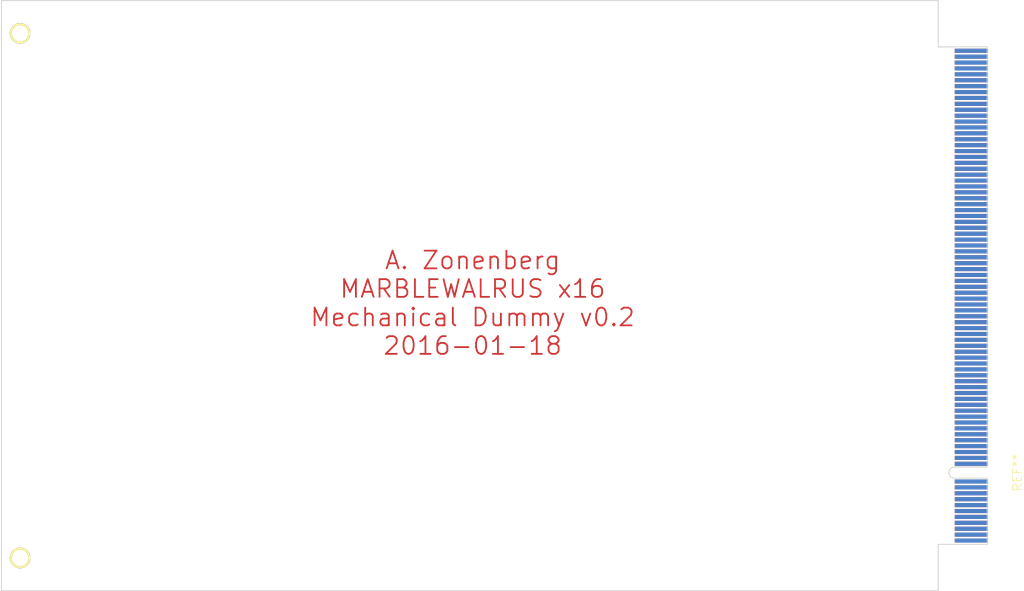
<source format=kicad_pcb>
(kicad_pcb (version 4) (host pcbnew "(2015-12-10 BZR 6367)-product")

  (general
    (links 0)
    (no_connects 0)
    (area 29.55 29.699999 203.475 130.300001)
    (thickness 1.6)
    (drawings 16)
    (tracks 0)
    (zones 0)
    (modules 2)
    (nets 1)
  )

  (page A4)
  (layers
    (0 F.Cu signal)
    (31 B.Cu signal)
    (32 B.Adhes user)
    (33 F.Adhes user)
    (34 B.Paste user)
    (35 F.Paste user)
    (36 B.SilkS user)
    (37 F.SilkS user)
    (38 B.Mask user)
    (39 F.Mask user)
    (40 Dwgs.User user)
    (41 Cmts.User user)
    (42 Eco1.User user)
    (43 Eco2.User user)
    (44 Edge.Cuts user)
    (45 Margin user)
    (46 B.CrtYd user)
    (47 F.CrtYd user)
    (48 B.Fab user)
    (49 F.Fab user)
  )

  (setup
    (last_trace_width 0.25)
    (trace_clearance 0.2)
    (zone_clearance 0.508)
    (zone_45_only no)
    (trace_min 0.2)
    (segment_width 0.2)
    (edge_width 0.15)
    (via_size 0.6)
    (via_drill 0.4)
    (via_min_size 0.4)
    (via_min_drill 0.3)
    (uvia_size 0.3)
    (uvia_drill 0.1)
    (uvias_allowed no)
    (uvia_min_size 0.2)
    (uvia_min_drill 0.1)
    (pcb_text_width 0.3)
    (pcb_text_size 1.5 1.5)
    (mod_edge_width 0.15)
    (mod_text_size 1 1)
    (mod_text_width 0.15)
    (pad_size 1.524 1.524)
    (pad_drill 0.762)
    (pad_to_mask_clearance 0.2)
    (aux_axis_origin 0 0)
    (visible_elements FFFFFF7F)
    (pcbplotparams
      (layerselection 0x010c0_ffffffff)
      (usegerberextensions false)
      (excludeedgelayer true)
      (linewidth 0.100000)
      (plotframeref false)
      (viasonmask false)
      (mode 1)
      (useauxorigin false)
      (hpglpennumber 1)
      (hpglpenspeed 20)
      (hpglpendiameter 15)
      (hpglpenoverlay 2)
      (psnegative false)
      (psa4output false)
      (plotreference true)
      (plotvalue true)
      (plotinvisibletext false)
      (padsonsilk false)
      (subtractmaskfromsilk false)
      (outputformat 1)
      (mirror false)
      (drillshape 0)
      (scaleselection 1)
      (outputdirectory output/))
  )

  (net 0 "")

  (net_class Default "This is the default net class."
    (clearance 0.2)
    (trace_width 0.25)
    (via_dia 0.6)
    (via_drill 0.4)
    (uvia_dia 0.3)
    (uvia_drill 0.1)
  )

  (module azonenberg_pcb:MECHANICAL_EUROCARD_3U_FRONTHOLES (layer F.Cu) (tedit 53ED9BAC) (tstamp 5636C906)
    (at 30 80)
    (fp_text reference MECHANICAL_EUROCARD_3U_FRONTHOLES (at 16 40) (layer F.SilkS) hide
      (effects (font (size 1 1) (thickness 0.15)))
    )
    (fp_text value VAL** (at 3 38) (layer F.SilkS) hide
      (effects (font (size 1 1) (thickness 0.15)))
    )
    (fp_line (start 0 -50) (end 0 50) (layer Dwgs.User) (width 0.2))
    (fp_line (start 0 -50) (end 10 -50) (layer Dwgs.User) (width 0.2))
    (fp_line (start 0 50) (end 10 50) (layer Dwgs.User) (width 0.2))
    (fp_line (start 0 -47.5) (end 10 -47.5) (layer Dwgs.User) (width 0.2))
    (fp_line (start 0 47.5) (end 10 47.5) (layer Dwgs.User) (width 0.2))
    (pad "" np_thru_hole circle (at 3.165 44.45) (size 3.5 3.5) (drill 2.7) (layers *.Cu *.Mask F.SilkS))
    (pad "" np_thru_hole circle (at 3.165 -44.45) (size 3.5 3.5) (drill 2.7) (layers *.Cu *.Mask F.SilkS))
  )

  (module azonenberg_pcb:CONN_MW_X16 (layer F.Cu) (tedit 5636C9CD) (tstamp 5636E765)
    (at 197.15 110 90)
    (solder_mask_margin 0.05)
    (fp_text reference REF** (at 0 5 90) (layer F.SilkS)
      (effects (font (size 1.5 1.5) (thickness 0.15)))
    )
    (fp_text value CONN_MW_X16 (at 0 3 90) (layer F.Fab)
      (effects (font (size 1.5 1.5) (thickness 0.15)))
    )
    (fp_line (start 0 -8.4) (end 0 0) (layer Dwgs.User) (width 0.15))
    (fp_line (start 72.15 0) (end 72.15 -8.4) (layer Dwgs.User) (width 0.15))
    (fp_line (start 0.95 0) (end 72.15 0) (layer Dwgs.User) (width 0.15))
    (fp_line (start -12.15 -8.4) (end 72.15 -8.4) (layer Dwgs.User) (width 0.15))
    (fp_line (start -12.15 0) (end -12.15 -8.4) (layer Dwgs.User) (width 0.15))
    (fp_line (start -0.95 0) (end -12.15 0) (layer Dwgs.User) (width 0.15))
    (fp_line (start -0.95 0) (end -0.95 -5.6) (layer Dwgs.User) (width 0.15))
    (fp_line (start 0.95 -5.6) (end 0.95 0) (layer Dwgs.User) (width 0.15))
    (fp_arc (start 0 -5.55) (end -0.95 -5.55) (angle 180) (layer Dwgs.User) (width 0.15))
    (pad B2 smd rect (at -10.5 -2.8 90) (size 0.7 5.6) (layers F.Cu F.Paste F.Mask))
    (pad B3 smd rect (at -9.5 -2.8 90) (size 0.7 5.6) (layers F.Cu F.Paste F.Mask))
    (pad B4 smd rect (at -8.5 -2.8 90) (size 0.7 5.6) (layers F.Cu F.Paste F.Mask))
    (pad B5 smd rect (at -7.5 -2.8 90) (size 0.7 5.6) (layers F.Cu F.Paste F.Mask))
    (pad B6 smd rect (at -6.5 -2.8 90) (size 0.7 5.6) (layers F.Cu F.Paste F.Mask))
    (pad B7 smd rect (at -5.5 -2.8 90) (size 0.7 5.6) (layers F.Cu F.Paste F.Mask))
    (pad B8 smd rect (at -4.5 -2.8 90) (size 0.7 5.6) (layers F.Cu F.Paste F.Mask))
    (pad B9 smd rect (at -3.5 -2.8 90) (size 0.7 5.6) (layers F.Cu F.Paste F.Mask))
    (pad B10 smd rect (at -2.5 -2.8 90) (size 0.7 5.6) (layers F.Cu F.Paste F.Mask))
    (pad B11 smd rect (at -1.5 -2.8 90) (size 0.7 5.6) (layers F.Cu F.Paste F.Mask))
    (pad B12 smd rect (at 1.5 -2.8 90) (size 0.7 5.6) (layers F.Cu F.Paste F.Mask))
    (pad B1 smd rect (at -11.5 -2.8 90) (size 0.7 5.6) (layers F.Cu F.Paste F.Mask))
    (pad B13 smd rect (at 2.5 -2.8 90) (size 0.7 5.6) (layers F.Cu F.Paste F.Mask))
    (pad B14 smd rect (at 3.5 -2.8 90) (size 0.7 5.6) (layers F.Cu F.Paste F.Mask))
    (pad B15 smd rect (at 4.5 -2.8 90) (size 0.7 5.6) (layers F.Cu F.Paste F.Mask))
    (pad B16 smd rect (at 5.5 -2.8 90) (size 0.7 5.6) (layers F.Cu F.Paste F.Mask))
    (pad B17 smd rect (at 6.5 -2.8 90) (size 0.7 5.6) (layers F.Cu F.Paste F.Mask))
    (pad B18 smd rect (at 7.5 -2.8 90) (size 0.7 5.6) (layers F.Cu F.Paste F.Mask))
    (pad B19 smd rect (at 8.5 -2.8 90) (size 0.7 5.6) (layers F.Cu F.Paste F.Mask))
    (pad B20 smd rect (at 9.5 -2.8 90) (size 0.7 5.6) (layers F.Cu F.Paste F.Mask))
    (pad B21 smd rect (at 10.5 -2.8 90) (size 0.7 5.6) (layers F.Cu F.Paste F.Mask))
    (pad B22 smd rect (at 11.5 -2.8 90) (size 0.7 5.6) (layers F.Cu F.Paste F.Mask))
    (pad B23 smd rect (at 12.5 -2.8 90) (size 0.7 5.6) (layers F.Cu F.Paste F.Mask))
    (pad B24 smd rect (at 13.5 -2.8 90) (size 0.7 5.6) (layers F.Cu F.Paste F.Mask))
    (pad B25 smd rect (at 14.5 -2.8 90) (size 0.7 5.6) (layers F.Cu F.Paste F.Mask))
    (pad B26 smd rect (at 15.5 -2.8 90) (size 0.7 5.6) (layers F.Cu F.Paste F.Mask))
    (pad B27 smd rect (at 16.5 -2.8 90) (size 0.7 5.6) (layers F.Cu F.Paste F.Mask))
    (pad B28 smd rect (at 17.5 -2.8 90) (size 0.7 5.6) (layers F.Cu F.Paste F.Mask))
    (pad B29 smd rect (at 18.5 -2.8 90) (size 0.7 5.6) (layers F.Cu F.Paste F.Mask))
    (pad B30 smd rect (at 19.5 -2.8 90) (size 0.7 5.6) (layers F.Cu F.Paste F.Mask))
    (pad B31 smd rect (at 20.5 -2.8 90) (size 0.7 5.6) (layers F.Cu F.Paste F.Mask))
    (pad B32 smd rect (at 21.5 -2.8 90) (size 0.7 5.6) (layers F.Cu F.Paste F.Mask))
    (pad B33 smd rect (at 22.5 -2.8 90) (size 0.7 5.6) (layers F.Cu F.Paste F.Mask))
    (pad B34 smd rect (at 23.5 -2.8 90) (size 0.7 5.6) (layers F.Cu F.Paste F.Mask))
    (pad B35 smd rect (at 24.5 -2.8 90) (size 0.7 5.6) (layers F.Cu F.Paste F.Mask))
    (pad B36 smd rect (at 25.5 -2.8 90) (size 0.7 5.6) (layers F.Cu F.Paste F.Mask))
    (pad B37 smd rect (at 26.5 -2.8 90) (size 0.7 5.6) (layers F.Cu F.Paste F.Mask))
    (pad B38 smd rect (at 27.5 -2.8 90) (size 0.7 5.6) (layers F.Cu F.Paste F.Mask))
    (pad B39 smd rect (at 28.5 -2.8 90) (size 0.7 5.6) (layers F.Cu F.Paste F.Mask))
    (pad B40 smd rect (at 29.5 -2.8 90) (size 0.7 5.6) (layers F.Cu F.Paste F.Mask))
    (pad B41 smd rect (at 30.5 -2.8 90) (size 0.7 5.6) (layers F.Cu F.Paste F.Mask))
    (pad B42 smd rect (at 31.5 -2.8 90) (size 0.7 5.6) (layers F.Cu F.Paste F.Mask))
    (pad B43 smd rect (at 32.5 -2.8 90) (size 0.7 5.6) (layers F.Cu F.Paste F.Mask))
    (pad B44 smd rect (at 33.5 -2.8 90) (size 0.7 5.6) (layers F.Cu F.Paste F.Mask))
    (pad B45 smd rect (at 34.5 -2.8 90) (size 0.7 5.6) (layers F.Cu F.Paste F.Mask))
    (pad B46 smd rect (at 35.5 -2.8 90) (size 0.7 5.6) (layers F.Cu F.Paste F.Mask))
    (pad B47 smd rect (at 36.5 -2.8 90) (size 0.7 5.6) (layers F.Cu F.Paste F.Mask))
    (pad B48 smd rect (at 37.5 -2.8 90) (size 0.7 5.6) (layers F.Cu F.Paste F.Mask))
    (pad B49 smd rect (at 38.5 -2.8 90) (size 0.7 5.6) (layers F.Cu F.Paste F.Mask))
    (pad B50 smd rect (at 39.5 -2.8 90) (size 0.7 5.6) (layers F.Cu F.Paste F.Mask))
    (pad B51 smd rect (at 40.5 -2.8 90) (size 0.7 5.6) (layers F.Cu F.Paste F.Mask))
    (pad B52 smd rect (at 41.5 -2.8 90) (size 0.7 5.6) (layers F.Cu F.Paste F.Mask))
    (pad B53 smd rect (at 42.5 -2.8 90) (size 0.7 5.6) (layers F.Cu F.Paste F.Mask))
    (pad B54 smd rect (at 43.5 -2.8 90) (size 0.7 5.6) (layers F.Cu F.Paste F.Mask))
    (pad B55 smd rect (at 44.5 -2.8 90) (size 0.7 5.6) (layers F.Cu F.Paste F.Mask))
    (pad B56 smd rect (at 45.5 -2.8 90) (size 0.7 5.6) (layers F.Cu F.Paste F.Mask))
    (pad B57 smd rect (at 46.5 -2.8 90) (size 0.7 5.6) (layers F.Cu F.Paste F.Mask))
    (pad B58 smd rect (at 47.5 -2.8 90) (size 0.7 5.6) (layers F.Cu F.Paste F.Mask))
    (pad B59 smd rect (at 48.5 -2.8 90) (size 0.7 5.6) (layers F.Cu F.Paste F.Mask))
    (pad B60 smd rect (at 49.5 -2.8 90) (size 0.7 5.6) (layers F.Cu F.Paste F.Mask))
    (pad B61 smd rect (at 50.5 -2.8 90) (size 0.7 5.6) (layers F.Cu F.Paste F.Mask))
    (pad B62 smd rect (at 51.5 -2.8 90) (size 0.7 5.6) (layers F.Cu F.Paste F.Mask))
    (pad B63 smd rect (at 52.5 -2.8 90) (size 0.7 5.6) (layers F.Cu F.Paste F.Mask))
    (pad B64 smd rect (at 53.5 -2.8 90) (size 0.7 5.6) (layers F.Cu F.Paste F.Mask))
    (pad B65 smd rect (at 54.5 -2.8 90) (size 0.7 5.6) (layers F.Cu F.Paste F.Mask))
    (pad B66 smd rect (at 55.5 -2.8 90) (size 0.7 5.6) (layers F.Cu F.Paste F.Mask))
    (pad B67 smd rect (at 56.5 -2.8 90) (size 0.7 5.6) (layers F.Cu F.Paste F.Mask))
    (pad B68 smd rect (at 57.5 -2.8 90) (size 0.7 5.6) (layers F.Cu F.Paste F.Mask))
    (pad B69 smd rect (at 58.5 -2.8 90) (size 0.7 5.6) (layers F.Cu F.Paste F.Mask))
    (pad B70 smd rect (at 59.5 -2.8 90) (size 0.7 5.6) (layers F.Cu F.Paste F.Mask))
    (pad B71 smd rect (at 60.5 -2.8 90) (size 0.7 5.6) (layers F.Cu F.Paste F.Mask))
    (pad B72 smd rect (at 61.5 -2.8 90) (size 0.7 5.6) (layers F.Cu F.Paste F.Mask))
    (pad B73 smd rect (at 62.5 -2.8 90) (size 0.7 5.6) (layers F.Cu F.Paste F.Mask))
    (pad B74 smd rect (at 63.5 -2.8 90) (size 0.7 5.6) (layers F.Cu F.Paste F.Mask))
    (pad B75 smd rect (at 64.5 -2.8 90) (size 0.7 5.6) (layers F.Cu F.Paste F.Mask))
    (pad B76 smd rect (at 65.5 -2.8 90) (size 0.7 5.6) (layers F.Cu F.Paste F.Mask))
    (pad B77 smd rect (at 66.5 -2.8 90) (size 0.7 5.6) (layers F.Cu F.Paste F.Mask))
    (pad B78 smd rect (at 67.5 -2.8 90) (size 0.7 5.6) (layers F.Cu F.Paste F.Mask))
    (pad B79 smd rect (at 68.5 -2.8 90) (size 0.7 5.6) (layers F.Cu F.Paste F.Mask))
    (pad B80 smd rect (at 69.5 -2.8 90) (size 0.7 5.6) (layers F.Cu F.Paste F.Mask))
    (pad B81 smd rect (at 70.5 -2.8 90) (size 0.7 5.6) (layers F.Cu F.Paste F.Mask))
    (pad B82 smd rect (at 71.5 -2.8 90) (size 0.7 5.6) (layers F.Cu F.Paste F.Mask))
    (pad B8 smd rect (at -4.5 -2.8 90) (size 0.7 5.6) (layers B.Cu B.Paste B.Mask))
    (pad B6 smd rect (at -6.5 -2.8 90) (size 0.7 5.6) (layers B.Cu B.Paste B.Mask))
    (pad B5 smd rect (at -7.5 -2.8 90) (size 0.7 5.6) (layers B.Cu B.Paste B.Mask))
    (pad B7 smd rect (at -5.5 -2.8 90) (size 0.7 5.6) (layers B.Cu B.Paste B.Mask))
    (pad B9 smd rect (at -3.5 -2.8 90) (size 0.7 5.6) (layers B.Cu B.Paste B.Mask))
    (pad B11 smd rect (at -1.5 -2.8 90) (size 0.7 5.6) (layers B.Cu B.Paste B.Mask))
    (pad B10 smd rect (at -2.5 -2.8 90) (size 0.7 5.6) (layers B.Cu B.Paste B.Mask))
    (pad B1 smd rect (at -11.5 -2.8 90) (size 0.7 5.6) (layers B.Cu B.Paste B.Mask))
    (pad B4 smd rect (at -8.5 -2.8 90) (size 0.7 5.6) (layers B.Cu B.Paste B.Mask))
    (pad B2 smd rect (at -10.5 -2.8 90) (size 0.7 5.6) (layers B.Cu B.Paste B.Mask))
    (pad B3 smd rect (at -9.5 -2.8 90) (size 0.7 5.6) (layers B.Cu B.Paste B.Mask))
    (pad B14 smd rect (at 3.5 -2.8 90) (size 0.7 5.6) (layers B.Cu B.Paste B.Mask))
    (pad B13 smd rect (at 2.5 -2.8 90) (size 0.7 5.6) (layers B.Cu B.Paste B.Mask))
    (pad B15 smd rect (at 4.5 -2.8 90) (size 0.7 5.6) (layers B.Cu B.Paste B.Mask))
    (pad B12 smd rect (at 1.5 -2.8 90) (size 0.7 5.6) (layers B.Cu B.Paste B.Mask))
    (pad B16 smd rect (at 5.5 -2.8 90) (size 0.7 5.6) (layers B.Cu B.Paste B.Mask))
    (pad B21 smd rect (at 10.5 -2.8 90) (size 0.7 5.6) (layers B.Cu B.Paste B.Mask))
    (pad B17 smd rect (at 6.5 -2.8 90) (size 0.7 5.6) (layers B.Cu B.Paste B.Mask))
    (pad B18 smd rect (at 7.5 -2.8 90) (size 0.7 5.6) (layers B.Cu B.Paste B.Mask))
    (pad B19 smd rect (at 8.5 -2.8 90) (size 0.7 5.6) (layers B.Cu B.Paste B.Mask))
    (pad B20 smd rect (at 9.5 -2.8 90) (size 0.7 5.6) (layers B.Cu B.Paste B.Mask))
    (pad B24 smd rect (at 13.5 -2.8 90) (size 0.7 5.6) (layers B.Cu B.Paste B.Mask))
    (pad B23 smd rect (at 12.5 -2.8 90) (size 0.7 5.6) (layers B.Cu B.Paste B.Mask))
    (pad B25 smd rect (at 14.5 -2.8 90) (size 0.7 5.6) (layers B.Cu B.Paste B.Mask))
    (pad B22 smd rect (at 11.5 -2.8 90) (size 0.7 5.6) (layers B.Cu B.Paste B.Mask))
    (pad B26 smd rect (at 15.5 -2.8 90) (size 0.7 5.6) (layers B.Cu B.Paste B.Mask))
    (pad B27 smd rect (at 16.5 -2.8 90) (size 0.7 5.6) (layers B.Cu B.Paste B.Mask))
    (pad B29 smd rect (at 18.5 -2.8 90) (size 0.7 5.6) (layers B.Cu B.Paste B.Mask))
    (pad B30 smd rect (at 19.5 -2.8 90) (size 0.7 5.6) (layers B.Cu B.Paste B.Mask))
    (pad B31 smd rect (at 20.5 -2.8 90) (size 0.7 5.6) (layers B.Cu B.Paste B.Mask))
    (pad B32 smd rect (at 21.5 -2.8 90) (size 0.7 5.6) (layers B.Cu B.Paste B.Mask))
    (pad B33 smd rect (at 22.5 -2.8 90) (size 0.7 5.6) (layers B.Cu B.Paste B.Mask))
    (pad B28 smd rect (at 17.5 -2.8 90) (size 0.7 5.6) (layers B.Cu B.Paste B.Mask))
    (pad B35 smd rect (at 24.5 -2.8 90) (size 0.7 5.6) (layers B.Cu B.Paste B.Mask))
    (pad B36 smd rect (at 25.5 -2.8 90) (size 0.7 5.6) (layers B.Cu B.Paste B.Mask))
    (pad B34 smd rect (at 23.5 -2.8 90) (size 0.7 5.6) (layers B.Cu B.Paste B.Mask))
    (pad B37 smd rect (at 26.5 -2.8 90) (size 0.7 5.6) (layers B.Cu B.Paste B.Mask))
    (pad B40 smd rect (at 29.5 -2.8 90) (size 0.7 5.6) (layers B.Cu B.Paste B.Mask))
    (pad B38 smd rect (at 27.5 -2.8 90) (size 0.7 5.6) (layers B.Cu B.Paste B.Mask))
    (pad B41 smd rect (at 30.5 -2.8 90) (size 0.7 5.6) (layers B.Cu B.Paste B.Mask))
    (pad B39 smd rect (at 28.5 -2.8 90) (size 0.7 5.6) (layers B.Cu B.Paste B.Mask))
    (pad B64 smd rect (at 53.5 -2.8 90) (size 0.7 5.6) (layers B.Cu B.Paste B.Mask))
    (pad B63 smd rect (at 52.5 -2.8 90) (size 0.7 5.6) (layers B.Cu B.Paste B.Mask))
    (pad B65 smd rect (at 54.5 -2.8 90) (size 0.7 5.6) (layers B.Cu B.Paste B.Mask))
    (pad B62 smd rect (at 51.5 -2.8 90) (size 0.7 5.6) (layers B.Cu B.Paste B.Mask))
    (pad B66 smd rect (at 55.5 -2.8 90) (size 0.7 5.6) (layers B.Cu B.Paste B.Mask))
    (pad B67 smd rect (at 56.5 -2.8 90) (size 0.7 5.6) (layers B.Cu B.Paste B.Mask))
    (pad B69 smd rect (at 58.5 -2.8 90) (size 0.7 5.6) (layers B.Cu B.Paste B.Mask))
    (pad B70 smd rect (at 59.5 -2.8 90) (size 0.7 5.6) (layers B.Cu B.Paste B.Mask))
    (pad B68 smd rect (at 57.5 -2.8 90) (size 0.7 5.6) (layers B.Cu B.Paste B.Mask))
    (pad B71 smd rect (at 60.5 -2.8 90) (size 0.7 5.6) (layers B.Cu B.Paste B.Mask))
    (pad B72 smd rect (at 61.5 -2.8 90) (size 0.7 5.6) (layers B.Cu B.Paste B.Mask))
    (pad B73 smd rect (at 62.5 -2.8 90) (size 0.7 5.6) (layers B.Cu B.Paste B.Mask))
    (pad B74 smd rect (at 63.5 -2.8 90) (size 0.7 5.6) (layers B.Cu B.Paste B.Mask))
    (pad B75 smd rect (at 64.5 -2.8 90) (size 0.7 5.6) (layers B.Cu B.Paste B.Mask))
    (pad B76 smd rect (at 65.5 -2.8 90) (size 0.7 5.6) (layers B.Cu B.Paste B.Mask))
    (pad B77 smd rect (at 66.5 -2.8 90) (size 0.7 5.6) (layers B.Cu B.Paste B.Mask))
    (pad B79 smd rect (at 68.5 -2.8 90) (size 0.7 5.6) (layers B.Cu B.Paste B.Mask))
    (pad B80 smd rect (at 69.5 -2.8 90) (size 0.7 5.6) (layers B.Cu B.Paste B.Mask))
    (pad B78 smd rect (at 67.5 -2.8 90) (size 0.7 5.6) (layers B.Cu B.Paste B.Mask))
    (pad B81 smd rect (at 70.5 -2.8 90) (size 0.7 5.6) (layers B.Cu B.Paste B.Mask))
    (pad B82 smd rect (at 71.5 -2.8 90) (size 0.7 5.6) (layers B.Cu B.Paste B.Mask))
    (pad B44 smd rect (at 33.5 -2.8 90) (size 0.7 5.6) (layers B.Cu B.Paste B.Mask))
    (pad B43 smd rect (at 32.5 -2.8 90) (size 0.7 5.6) (layers B.Cu B.Paste B.Mask))
    (pad B45 smd rect (at 34.5 -2.8 90) (size 0.7 5.6) (layers B.Cu B.Paste B.Mask))
    (pad B42 smd rect (at 31.5 -2.8 90) (size 0.7 5.6) (layers B.Cu B.Paste B.Mask))
    (pad B46 smd rect (at 35.5 -2.8 90) (size 0.7 5.6) (layers B.Cu B.Paste B.Mask))
    (pad B47 smd rect (at 36.5 -2.8 90) (size 0.7 5.6) (layers B.Cu B.Paste B.Mask))
    (pad B49 smd rect (at 38.5 -2.8 90) (size 0.7 5.6) (layers B.Cu B.Paste B.Mask))
    (pad B50 smd rect (at 39.5 -2.8 90) (size 0.7 5.6) (layers B.Cu B.Paste B.Mask))
    (pad B48 smd rect (at 37.5 -2.8 90) (size 0.7 5.6) (layers B.Cu B.Paste B.Mask))
    (pad B51 smd rect (at 40.5 -2.8 90) (size 0.7 5.6) (layers B.Cu B.Paste B.Mask))
    (pad B52 smd rect (at 41.5 -2.8 90) (size 0.7 5.6) (layers B.Cu B.Paste B.Mask))
    (pad B53 smd rect (at 42.5 -2.8 90) (size 0.7 5.6) (layers B.Cu B.Paste B.Mask))
    (pad B55 smd rect (at 44.5 -2.8 90) (size 0.7 5.6) (layers B.Cu B.Paste B.Mask))
    (pad B56 smd rect (at 45.5 -2.8 90) (size 0.7 5.6) (layers B.Cu B.Paste B.Mask))
    (pad B54 smd rect (at 43.5 -2.8 90) (size 0.7 5.6) (layers B.Cu B.Paste B.Mask))
    (pad B57 smd rect (at 46.5 -2.8 90) (size 0.7 5.6) (layers B.Cu B.Paste B.Mask))
    (pad B60 smd rect (at 49.5 -2.8 90) (size 0.7 5.6) (layers B.Cu B.Paste B.Mask))
    (pad B58 smd rect (at 47.5 -2.8 90) (size 0.7 5.6) (layers B.Cu B.Paste B.Mask))
    (pad B61 smd rect (at 50.5 -2.8 90) (size 0.7 5.6) (layers B.Cu B.Paste B.Mask))
    (pad B59 smd rect (at 48.5 -2.8 90) (size 0.7 5.6) (layers B.Cu B.Paste B.Mask))
    (pad ~ smd rect (at 30 -4 90) (size 85 9) (layers F.Mask))
    (pad ~ smd rect (at 30 -4 90) (size 85 9) (layers B.Mask))
  )

  (gr_text "A. Zonenberg\nMARBLEWALRUS x16\nMechanical Dummy v0.2\n2016-01-18" (at 109.85 81.25) (layer F.Cu)
    (effects (font (size 3 3) (thickness 0.3)))
  )
  (gr_arc (start 191.5 110) (end 191.5 110.95) (angle 180) (layer Edge.Cuts) (width 0.15))
  (gr_line (start 188.75 37.85) (end 188.75 30) (layer Edge.Cuts) (width 0.15))
  (gr_line (start 197.05 37.85) (end 188.75 37.85) (layer Edge.Cuts) (width 0.15))
  (gr_line (start 197.05 109.05) (end 197.05 37.85) (layer Edge.Cuts) (width 0.15))
  (gr_line (start 191.5 109.05) (end 197.05 109.05) (layer Edge.Cuts) (width 0.15))
  (gr_line (start 197.05 110.95) (end 191.5 110.95) (layer Edge.Cuts) (width 0.15))
  (gr_line (start 197.05 122.15) (end 197.05 110.95) (layer Edge.Cuts) (width 0.15))
  (gr_line (start 188.75 122.15) (end 197.05 122.15) (layer Edge.Cuts) (width 0.15))
  (gr_line (start 188.75 130) (end 188.75 122.15) (layer Edge.Cuts) (width 0.15))
  (gr_line (start 40 127.5) (end 188.75 127.5) (layer Dwgs.User) (width 0.2))
  (gr_line (start 40 32.5) (end 188.75 32.5) (layer Dwgs.User) (width 0.2))
  (gr_line (start 30 130) (end 188.75 130) (layer Edge.Cuts) (width 0.15))
  (gr_line (start 30 30) (end 30 130) (layer Edge.Cuts) (width 0.15))
  (gr_line (start 188.75 30) (end 188.75 130) (layer Dwgs.User) (width 0.2))
  (gr_line (start 30 30) (end 188.75 30) (layer Edge.Cuts) (width 0.15))

)

</source>
